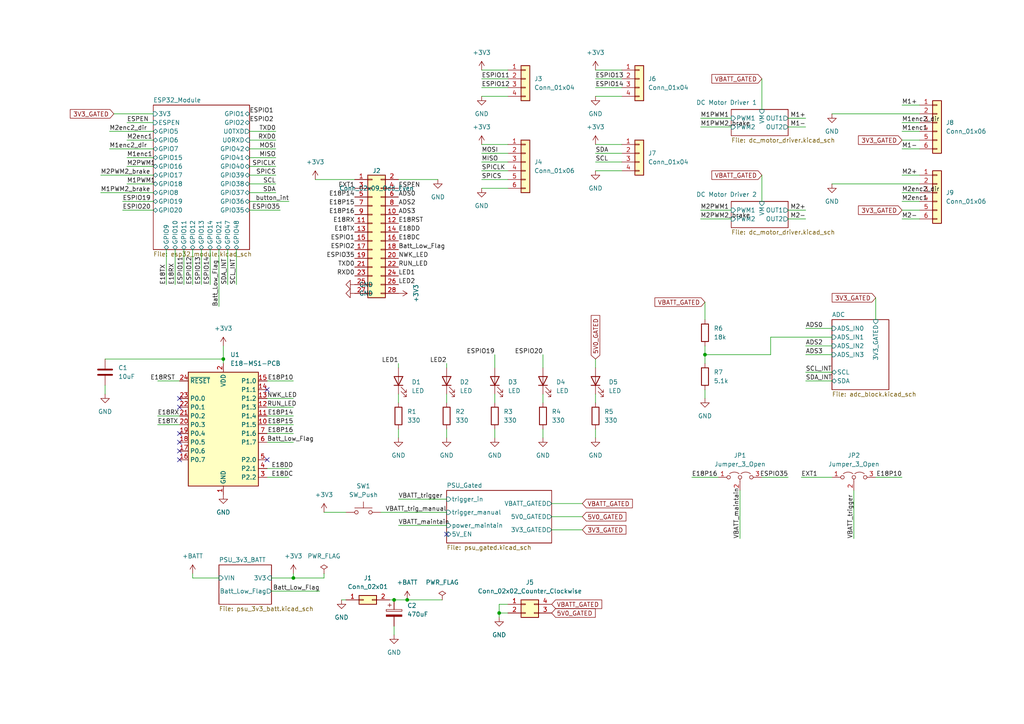
<source format=kicad_sch>
(kicad_sch (version 20211123) (generator eeschema)
  (paper "A4")
  (lib_symbols
    (symbol "Connector_Generic:Conn_01x04" (pin_names (offset 1.016) hide)
      (property "Reference" "J" (at 0 5.08 0))
      (property "Value" "Conn_01x04" (at 0 -7.62 0))
      (symbol "Conn_01x04_1_1"
        (rectangle (start -1.27 -4.953) (end 0 -5.207) (stroke (width 0.1524)))
        (rectangle (start -1.27 -2.413) (end 0 -2.667) (stroke (width 0.1524)))
        (rectangle (start -1.27 0.127) (end 0 -0.127) (stroke (width 0.1524)))
        (rectangle (start -1.27 2.667) (end 0 2.413) (stroke (width 0.1524)))
        (rectangle (start -1.27 3.81) (end 1.27 -6.35) (stroke (width 0.254)) (fill (type background)))
        (pin passive line (at -5.08 2.54 0) (length 3.81) (name "Pin_1") (number "1"))
        (pin passive line (at -5.08 0 0) (length 3.81) (name "Pin_2") (number "2"))
        (pin passive line (at -5.08 -2.54 0) (length 3.81) (name "Pin_3") (number "3"))
        (pin passive line (at -5.08 -5.08 0) (length 3.81) (name "Pin_4") (number "4"))
      )
    )
    (symbol "Connector_Generic:Conn_01x06" (pin_names (offset 1.016) hide)
      (property "Reference" "J" (at 0 7.62 0))
      (property "Value" "Conn_01x06" (at 0 -10.16 0))
      (symbol "Conn_01x06_1_1"
        (rectangle (start -1.27 -7.493) (end 0 -7.747) (stroke (width 0.1524)))
        (rectangle (start -1.27 -4.953) (end 0 -5.207) (stroke (width 0.1524)))
        (rectangle (start -1.27 -2.413) (end 0 -2.667) (stroke (width 0.1524)))
        (rectangle (start -1.27 0.127) (end 0 -0.127) (stroke (width 0.1524)))
        (rectangle (start -1.27 2.667) (end 0 2.413) (stroke (width 0.1524)))
        (rectangle (start -1.27 5.207) (end 0 4.953) (stroke (width 0.1524)))
        (rectangle (start -1.27 6.35) (end 1.27 -8.89) (stroke (width 0.254)) (fill (type background)))
        (pin passive line (at -5.08 5.08 0) (length 3.81) (name "Pin_1") (number "1"))
        (pin passive line (at -5.08 2.54 0) (length 3.81) (name "Pin_2") (number "2"))
        (pin passive line (at -5.08 0 0) (length 3.81) (name "Pin_3") (number "3"))
        (pin passive line (at -5.08 -2.54 0) (length 3.81) (name "Pin_4") (number "4"))
        (pin passive line (at -5.08 -5.08 0) (length 3.81) (name "Pin_5") (number "5"))
        (pin passive line (at -5.08 -7.62 0) (length 3.81) (name "Pin_6") (number "6"))
      )
    )
    (symbol "Connector_Generic:Conn_02x01" (pin_names (offset 1.016) hide)
      (property "Reference" "J" (at 1.27 2.54 0))
      (property "Value" "Conn_02x01" (at 1.27 -2.54 0))
      (symbol "Conn_02x01_1_1"
        (rectangle (start -1.27 0.127) (end 0 -0.127) (stroke (width 0.1524)))
        (rectangle (start -1.27 1.27) (end 3.81 -1.27) (stroke (width 0.254)) (fill (type background)))
        (rectangle (start 3.81 0.127) (end 2.54 -0.127) (stroke (width 0.1524)))
        (pin passive line (at -5.08 0 0) (length 3.81) (name "Pin_1") (number "1"))
        (pin passive line (at 7.62 0 180) (length 3.81) (name "Pin_2") (number "2"))
      )
    )
    (symbol "Connector_Generic:Conn_02x02_Counter_Clockwise" (pin_names (offset 1.016) hide)
      (property "Reference" "J" (at 1.27 2.54 0))
      (property "Value" "Conn_02x02_Counter_Clockwise" (at 1.27 -5.08 0))
      (symbol "Conn_02x02_Counter_Clockwise_1_1"
        (rectangle (start -1.27 -2.413) (end 0 -2.667) (stroke (width 0.1524)))
        (rectangle (start -1.27 0.127) (end 0 -0.127) (stroke (width 0.1524)))
        (rectangle (start -1.27 1.27) (end 3.81 -3.81) (stroke (width 0.254)) (fill (type background)))
        (rectangle (start 3.81 -2.413) (end 2.54 -2.667) (stroke (width 0.1524)))
        (rectangle (start 3.81 0.127) (end 2.54 -0.127) (stroke (width 0.1524)))
        (pin passive line (at -5.08 0 0) (length 3.81) (name "Pin_1") (number "1"))
        (pin passive line (at -5.08 -2.54 0) (length 3.81) (name "Pin_2") (number "2"))
        (pin passive line (at 7.62 -2.54 180) (length 3.81) (name "Pin_3") (number "3"))
        (pin passive line (at 7.62 0 180) (length 3.81) (name "Pin_4") (number "4"))
      )
    )
    (symbol "Connector_Generic:Conn_02x03_Odd_Even" (pin_names (offset 1.016) hide)
      (property "Reference" "J" (at 1.27 5.08 0))
      (property "Value" "Conn_02x03_Odd_Even" (at 1.27 -5.08 0))
      (symbol "Conn_02x03_Odd_Even_1_1"
        (rectangle (start -1.27 -2.413) (end 0 -2.667) (stroke (width 0.1524)))
        (rectangle (start -1.27 0.127) (end 0 -0.127) (stroke (width 0.1524)))
        (rectangle (start -1.27 2.667) (end 0 2.413) (stroke (width 0.1524)))
        (rectangle (start -1.27 3.81) (end 3.81 -3.81) (stroke (width 0.254)) (fill (type background)))
        (rectangle (start 3.81 -2.413) (end 2.54 -2.667) (stroke (width 0.1524)))
        (rectangle (start 3.81 0.127) (end 2.54 -0.127) (stroke (width 0.1524)))
        (rectangle (start 3.81 2.667) (end 2.54 2.413) (stroke (width 0.1524)))
        (pin passive line (at -5.08 2.54 0) (length 3.81) (name "Pin_1") (number "1"))
        (pin passive line (at 7.62 2.54 180) (length 3.81) (name "Pin_2") (number "2"))
        (pin passive line (at -5.08 0 0) (length 3.81) (name "Pin_3") (number "3"))
        (pin passive line (at 7.62 0 180) (length 3.81) (name "Pin_4") (number "4"))
        (pin passive line (at -5.08 -2.54 0) (length 3.81) (name "Pin_5") (number "5"))
        (pin passive line (at 7.62 -2.54 180) (length 3.81) (name "Pin_6") (number "6"))
      )
    )
    (symbol "Connector_Generic:Conn_02x14_Odd_Even" (pin_names (offset 1.016) hide)
      (property "Reference" "J" (at 1.27 17.78 0))
      (property "Value" "Conn_02x14_Odd_Even" (at 1.27 -20.32 0))
      (symbol "Conn_02x14_Odd_Even_1_1"
        (rectangle (start -1.27 -17.653) (end 0 -17.907) (stroke (width 0.1524)))
        (rectangle (start -1.27 -15.113) (end 0 -15.367) (stroke (width 0.1524)))
        (rectangle (start -1.27 -12.573) (end 0 -12.827) (stroke (width 0.1524)))
        (rectangle (start -1.27 -10.033) (end 0 -10.287) (stroke (width 0.1524)))
        (rectangle (start -1.27 -7.493) (end 0 -7.747) (stroke (width 0.1524)))
        (rectangle (start -1.27 -4.953) (end 0 -5.207) (stroke (width 0.1524)))
        (rectangle (start -1.27 -2.413) (end 0 -2.667) (stroke (width 0.1524)))
        (rectangle (start -1.27 0.127) (end 0 -0.127) (stroke (width 0.1524)))
        (rectangle (start -1.27 2.667) (end 0 2.413) (stroke (width 0.1524)))
        (rectangle (start -1.27 5.207) (end 0 4.953) (stroke (width 0.1524)))
        (rectangle (start -1.27 7.747) (end 0 7.493) (stroke (width 0.1524)))
        (rectangle (start -1.27 10.287) (end 0 10.033) (stroke (width 0.1524)))
        (rectangle (start -1.27 12.827) (end 0 12.573) (stroke (width 0.1524)))
        (rectangle (start -1.27 15.367) (end 0 15.113) (stroke (width 0.1524)))
        (rectangle (start -1.27 16.51) (end 3.81 -19.05) (stroke (width 0.254)) (fill (type background)))
        (rectangle (start 3.81 -17.653) (end 2.54 -17.907) (stroke (width 0.1524)))
        (rectangle (start 3.81 -15.113) (end 2.54 -15.367) (stroke (width 0.1524)))
        (rectangle (start 3.81 -12.573) (end 2.54 -12.827) (stroke (width 0.1524)))
        (rectangle (start 3.81 -10.033) (end 2.54 -10.287) (stroke (width 0.1524)))
        (rectangle (start 3.81 -7.493) (end 2.54 -7.747) (stroke (width 0.1524)))
        (rectangle (start 3.81 -4.953) (end 2.54 -5.207) (stroke (width 0.1524)))
        (rectangle (start 3.81 -2.413) (end 2.54 -2.667) (stroke (width 0.1524)))
        (rectangle (start 3.81 0.127) (end 2.54 -0.127) (stroke (width 0.1524)))
        (rectangle (start 3.81 2.667) (end 2.54 2.413) (stroke (width 0.1524)))
        (rectangle (start 3.81 5.207) (end 2.54 4.953) (stroke (width 0.1524)))
        (rectangle (start 3.81 7.747) (end 2.54 7.493) (stroke (width 0.1524)))
        (rectangle (start 3.81 10.287) (end 2.54 10.033) (stroke (width 0.1524)))
        (rectangle (start 3.81 12.827) (end 2.54 12.573) (stroke (width 0.1524)))
        (rectangle (start 3.81 15.367) (end 2.54 15.113) (stroke (width 0.1524)))
        (pin passive line (at -5.08 15.24 0) (length 3.81) (name "Pin_1") (number "1"))
        (pin passive line (at 7.62 5.08 180) (length 3.81) (name "Pin_10") (number "10"))
        (pin passive line (at -5.08 2.54 0) (length 3.81) (name "Pin_11") (number "11"))
        (pin passive line (at 7.62 2.54 180) (length 3.81) (name "Pin_12") (number "12"))
        (pin passive line (at -5.08 0 0) (length 3.81) (name "Pin_13") (number "13"))
        (pin passive line (at 7.62 0 180) (length 3.81) (name "Pin_14") (number "14"))
        (pin passive line (at -5.08 -2.54 0) (length 3.81) (name "Pin_15") (number "15"))
        (pin passive line (at 7.62 -2.54 180) (length 3.81) (name "Pin_16") (number "16"))
        (pin passive line (at -5.08 -5.08 0) (length 3.81) (name "Pin_17") (number "17"))
        (pin passive line (at 7.62 -5.08 180) (length 3.81) (name "Pin_18") (number "18"))
        (pin passive line (at -5.08 -7.62 0) (length 3.81) (name "Pin_19") (number "19"))
        (pin passive line (at 7.62 15.24 180) (length 3.81) (name "Pin_2") (number "2"))
        (pin passive line (at 7.62 -7.62 180) (length 3.81) (name "Pin_20") (number "20"))
        (pin passive line (at -5.08 -10.16 0) (length 3.81) (name "Pin_21") (number "21"))
        (pin passive line (at 7.62 -10.16 180) (length 3.81) (name "Pin_22") (number "22"))
        (pin passive line (at -5.08 -12.7 0) (length 3.81) (name "Pin_23") (number "23"))
        (pin passive line (at 7.62 -12.7 180) (length 3.81) (name "Pin_24") (number "24"))
        (pin passive line (at -5.08 -15.24 0) (length 3.81) (name "Pin_25") (number "25"))
        (pin passive line (at 7.62 -15.24 180) (length 3.81) (name "Pin_26") (number "26"))
        (pin passive line (at -5.08 -17.78 0) (length 3.81) (name "Pin_27") (number "27"))
        (pin passive line (at 7.62 -17.78 180) (length 3.81) (name "Pin_28") (number "28"))
        (pin passive line (at -5.08 12.7 0) (length 3.81) (name "Pin_3") (number "3"))
        (pin passive line (at 7.62 12.7 180) (length 3.81) (name "Pin_4") (number "4"))
        (pin passive line (at -5.08 10.16 0) (length 3.81) (name "Pin_5") (number "5"))
        (pin passive line (at 7.62 10.16 180) (length 3.81) (name "Pin_6") (number "6"))
        (pin passive line (at -5.08 7.62 0) (length 3.81) (name "Pin_7") (number "7"))
        (pin passive line (at 7.62 7.62 180) (length 3.81) (name "Pin_8") (number "8"))
        (pin passive line (at -5.08 5.08 0) (length 3.81) (name "Pin_9") (number "9"))
      )
    )
    (symbol "Device:C" (pin_numbers hide) (pin_names (offset 0.254))
      (property "Reference" "C" (at 0.635 2.54 0))
      (property "Value" "C" (at 0.635 -2.54 0))
      (symbol "C_0_1"
        (polyline (pts (xy -2.032 -0.762) (xy 2.032 -0.762)) (stroke (width 0.508)))
        (polyline (pts (xy -2.032 0.762) (xy 2.032 0.762)) (stroke (width 0.508)))
      )
      (symbol "C_1_1"
        (pin passive line (at 0 3.81 270) (length 2.794) (name "~") (number "1"))
        (pin passive line (at 0 -3.81 90) (length 2.794) (name "~") (number "2"))
      )
    )
    (symbol "Device:C_Polarized" (pin_numbers hide) (pin_names (offset 0.254))
      (property "Reference" "C" (at 0.635 2.54 0))
      (property "Value" "C_Polarized" (at 0.635 -2.54 0))
      (symbol "C_Polarized_0_1"
        (rectangle (start -2.286 0.508) (end 2.286 1.016))
        (polyline (pts (xy -1.778 2.286) (xy -0.762 2.286)))
        (polyline (pts (xy -1.27 2.794) (xy -1.27 1.778)))
        (rectangle (start 2.286 -0.508) (end -2.286 -1.016) (fill (type outline)))
      )
      (symbol "C_Polarized_1_1"
        (pin passive line (at 0 3.81 270) (length 2.794) (name "~") (number "1"))
        (pin passive line (at 0 -3.81 90) (length 2.794) (name "~") (number "2"))
      )
    )
    (symbol "Device:LED" (pin_numbers hide) (pin_names (offset 1.016) hide)
      (property "Reference" "D" (at 0 2.54 0))
      (property "Value" "LED" (at 0 -2.54 0))
      (symbol "LED_0_1"
        (polyline (pts (xy -1.27 -1.27) (xy -1.27 1.27)) (stroke (width 0.254)))
        (polyline (pts (xy -1.27 0) (xy 1.27 0)))
        (polyline (pts (xy 1.27 -1.27) (xy 1.27 1.27) (xy -1.27 0) (xy 1.27 -1.27)) (stroke (width 0.254)))
        (polyline (pts (xy -3.048 -0.762) (xy -4.572 -2.286) (xy -3.81 -2.286) (xy -4.572 -2.286) (xy -4.572 -1.524)))
        (polyline (pts (xy -1.778 -0.762) (xy -3.302 -2.286) (xy -2.54 -2.286) (xy -3.302 -2.286) (xy -3.302 -1.524)))
      )
      (symbol "LED_1_1"
        (pin passive line (at -3.81 0 0) (length 2.54) (name "K") (number "1"))
        (pin passive line (at 3.81 0 180) (length 2.54) (name "A") (number "2"))
      )
    )
    (symbol "Device:R" (pin_numbers hide) (pin_names (offset 0))
      (property "Reference" "R" (at 2.032 0 90))
      (property "Value" "R" (at 0 0 90))
      (symbol "R_0_1"
        (rectangle (start -1.016 -2.54) (end 1.016 2.54) (stroke (width 0.254)))
      )
      (symbol "R_1_1"
        (pin passive line (at 0 3.81 270) (length 1.27) (name "~") (number "1"))
        (pin passive line (at 0 -3.81 90) (length 1.27) (name "~") (number "2"))
      )
    )
    (symbol "Jumper:Jumper_3_Open" (pin_names (offset 0) hide)
      (property "Reference" "JP" (at -2.54 -2.54 0))
      (property "Value" "Jumper_3_Open" (at 0 2.794 0))
      (symbol "Jumper_3_Open_0_0"
        (circle (center -3.302 0) (radius 0.508))
        (circle (center 0 0) (radius 0.508))
        (circle (center 3.302 0) (radius 0.508))
      )
      (symbol "Jumper_3_Open_0_1"
        (arc (start -0.254 1.016) (mid -1.651 1.4992) (end -3.048 1.016))
        (polyline (pts (xy 0 -0.508) (xy 0 -1.27)))
        (arc (start 3.048 1.016) (mid 1.651 1.4992) (end 0.254 1.016))
      )
      (symbol "Jumper_3_Open_1_1"
        (pin passive line (at -6.35 0 0) (length 2.54) (name "A") (number "1"))
        (pin passive line (at 0 -3.81 90) (length 2.54) (name "C") (number "2"))
        (pin passive line (at 6.35 0 180) (length 2.54) (name "B") (number "3"))
      )
    )
    (symbol "RF_Module:E18-MS1-PCB"
      (property "Reference" "U" (at -2.54 21.59 0))
      (property "Value" "E18-MS1-PCB" (at -2.54 19.05 0))
      (symbol "E18-MS1-PCB_0_1"
        (rectangle (start -10.16 17.78) (end 10.16 -15.24) (stroke (width 0.254)) (fill (type background)))
      )
      (symbol "E18-MS1-PCB_1_1"
        (pin power_in line (at 0 -17.78 90) (length 2.54) (name "GND") (number "1"))
        (pin bidirectional line (at 12.7 2.54 180) (length 2.54) (name "P1.5") (number "10"))
        (pin bidirectional line (at 12.7 5.08 180) (length 2.54) (name "P1.4") (number "11"))
        (pin bidirectional line (at 12.7 7.62 180) (length 2.54) (name "P1.3") (number "12"))
        (pin bidirectional line (at 12.7 10.16 180) (length 2.54) (name "P1.2") (number "13"))
        (pin bidirectional line (at 12.7 12.7 180) (length 2.54) (name "P1.1") (number "14"))
        (pin bidirectional line (at 12.7 15.24 180) (length 2.54) (name "P1.0") (number "15"))
        (pin bidirectional line (at -12.7 -7.62 0) (length 2.54) (name "P0.7") (number "16"))
        (pin bidirectional line (at -12.7 -5.08 0) (length 2.54) (name "P0.6") (number "17"))
        (pin bidirectional line (at -12.7 -2.54 0) (length 2.54) (name "P0.5") (number "18"))
        (pin bidirectional line (at -12.7 0 0) (length 2.54) (name "P0.4") (number "19"))
        (pin power_in line (at 0 20.32 270) (length 2.54) (name "VDD") (number "2"))
        (pin bidirectional line (at -12.7 2.54 0) (length 2.54) (name "P0.3") (number "20"))
        (pin bidirectional line (at -12.7 5.08 0) (length 2.54) (name "P0.2") (number "21"))
        (pin bidirectional line (at -12.7 7.62 0) (length 2.54) (name "P0.1") (number "22"))
        (pin bidirectional line (at -12.7 10.16 0) (length 2.54) (name "P0.0") (number "23"))
        (pin input line (at -12.7 15.24 0) (length 2.54) (name "~{RESET}") (number "24"))
        (pin bidirectional line (at 12.7 -12.7 180) (length 2.54) (name "P2.2") (number "3"))
        (pin bidirectional line (at 12.7 -10.16 180) (length 2.54) (name "P2.1") (number "4"))
        (pin bidirectional line (at 12.7 -7.62 180) (length 2.54) (name "P2.0") (number "5"))
        (pin bidirectional line (at 12.7 -2.54 180) (length 2.54) (name "P1.7") (number "6"))
        (pin bidirectional line (at 12.7 0 180) (length 2.54) (name "P1.6") (number "7"))
        (pin no_connect line (at -10.16 -10.16 0) (length 2.54) hide (name "NC") (number "8"))
        (pin no_connect line (at -10.16 -12.7 0) (length 2.54) hide (name "NC") (number "9"))
      )
    )
    (symbol "Switch:SW_Push" (pin_numbers hide) (pin_names (offset 1.016) hide)
      (property "Reference" "SW" (at 1.27 2.54 0))
      (property "Value" "SW_Push" (at 0 -1.524 0))
      (symbol "SW_Push_0_1"
        (circle (center -2.032 0) (radius 0.508))
        (polyline (pts (xy 0 1.27) (xy 0 3.048)))
        (polyline (pts (xy 2.54 1.27) (xy -2.54 1.27)))
        (circle (center 2.032 0) (radius 0.508))
        (pin passive line (at -5.08 0 0) (length 2.54) (name "1") (number "1"))
        (pin passive line (at 5.08 0 180) (length 2.54) (name "2") (number "2"))
      )
    )
    (symbol "power:+3V3" (power) (pin_names (offset 0))
      (property "Value" "+3V3" (at 0 3.556 0))
      (symbol "+3V3_0_1"
        (polyline (pts (xy -0.762 1.27) (xy 0 2.54)))
        (polyline (pts (xy 0 0) (xy 0 2.54)))
        (polyline (pts (xy 0 2.54) (xy 0.762 1.27)))
      )
      (symbol "+3V3_1_1"
        (pin power_in line (at 0 0 90) (length 0) hide (name "+3V3") (number "1"))
      )
    )
    (symbol "power:+BATT" (power) (pin_names (offset 0))
      (property "Value" "+BATT" (at 0 3.556 0))
      (symbol "+BATT_0_1"
        (polyline (pts (xy -0.762 1.27) (xy 0 2.54)))
        (polyline (pts (xy 0 0) (xy 0 2.54)))
        (polyline (pts (xy 0 2.54) (xy 0.762 1.27)))
      )
      (symbol "+BATT_1_1"
        (pin power_in line (at 0 0 90) (length 0) hide (name "+BATT") (number "1"))
      )
    )
    (symbol "power:GND" (power) (pin_names (offset 0))
      (property "Value" "GND" (at 0 -3.81 0))
      (symbol "GND_0_1"
        (polyline (pts (xy 0 0) (xy 0 -1.27) (xy 1.27 -1.27) (xy 0 -2.54) (xy -1.27 -1.27) (xy 0 -1.27)))
      )
      (symbol "GND_1_1"
        (pin power_in line (at 0 0 270) (length 0) hide (name "GND") (number "1"))
      )
    )
    (symbol "power:PWR_FLAG" (power) (pin_numbers hide) (pin_names (offset 0) hide)
      (property "Value" "PWR_FLAG" (at 0 3.81 0))
      (symbol "PWR_FLAG_0_0"
        (pin power_out line (at 0 0 90) (length 0) (name "pwr") (number "1"))
      )
      (symbol "PWR_FLAG_0_1"
        (polyline (pts (xy 0 0) (xy 0 1.27) (xy -1.016 1.905) (xy 0 2.54) (xy 1.016 1.905) (xy 0 1.27)))
      )
    )
  )
  (junction (at 64.77 104.14))
  (junction (at 118.11 173.99))
  (junction (at 204.47 102.87))
  (junction (at 114.3 173.99))
  (junction (at 144.78 177.8))
  (junction (at 85.09 167.64))
  (no_connect (at 323.85 105.41))
  (no_connect (at 52.07 118.11))
  (no_connect (at 52.07 130.81))
  (no_connect (at 77.47 113.03))
  (no_connect (at 52.07 125.73))
  (no_connect (at 129.54 154.94))
  (no_connect (at 52.07 128.27))
  (no_connect (at 77.47 133.35))
  (no_connect (at 52.07 115.57))
  (no_connect (at 52.07 133.35))
  (wire (pts (xy 115.57 105.41) (xy 115.57 106.68)))
  (wire (pts (xy 172.72 20.32) (xy 180.34 20.32)))
  (wire (pts (xy 45.72 120.65) (xy 52.07 120.65)))
  (wire (pts (xy 147.32 52.07) (xy 139.7 52.07)))
  (wire (pts (xy 85.09 167.64) (xy 93.98 167.64)))
  (wire (pts (xy 114.3 184.15) (xy 114.3 181.61)))
  (wire (pts (xy 129.54 105.41) (xy 129.54 106.68)))
  (wire (pts (xy 223.52 102.87) (xy 223.52 97.79)))
  (wire (pts (xy 44.45 43.18) (xy 31.75 43.18)))
  (wire (pts (xy 72.39 58.42) (xy 83.82 58.42)))
  (wire (pts (xy 220.98 22.86) (xy 220.98 31.75)))
  (wire (pts (xy 36.83 53.34) (xy 44.45 53.34)))
  (wire (pts (xy 203.2 63.5) (xy 212.09 63.5)))
  (wire (pts (xy 48.26 72.39) (xy 48.26 82.55)))
  (wire (pts (xy 139.7 20.32) (xy 147.32 20.32)))
  (wire (pts (xy 313.69 88.9) (xy 323.85 88.9)))
  (wire (pts (xy 180.34 46.99) (xy 172.72 46.99)))
  (wire (pts (xy 77.47 115.57) (xy 85.09 115.57)))
  (wire (pts (xy 228.6 63.5) (xy 233.68 63.5)))
  (wire (pts (xy 52.07 110.49) (xy 45.72 110.49)))
  (wire (pts (xy 261.62 58.42) (xy 266.7 58.42)))
  (wire (pts (xy 129.54 127) (xy 129.54 124.46)))
  (wire (pts (xy 110.49 148.59) (xy 129.54 148.59)))
  (wire (pts (xy 72.39 60.96) (xy 81.28 60.96)))
  (wire (pts (xy 228.6 36.83) (xy 233.68 36.83)))
  (wire (pts (xy 63.5 72.39) (xy 63.5 88.9)))
  (wire (pts (xy 36.83 40.64) (xy 44.45 40.64)))
  (wire (pts (xy 102.87 52.07) (xy 91.44 52.07)))
  (wire (pts (xy 147.32 46.99) (xy 139.7 46.99)))
  (wire (pts (xy 72.39 40.64) (xy 80.01 40.64)))
  (wire (pts (xy 172.72 27.94) (xy 180.34 27.94)))
  (wire (pts (xy 241.3 110.49) (xy 233.68 110.49)))
  (wire (pts (xy 29.21 55.88) (xy 44.45 55.88)))
  (wire (pts (xy 147.32 44.45) (xy 139.7 44.45)))
  (wire (pts (xy 313.69 91.44) (xy 323.85 91.44)))
  (wire (pts (xy 77.47 110.49) (xy 85.09 110.49)))
  (wire (pts (xy 55.88 167.64) (xy 63.5 167.64)))
  (wire (pts (xy 115.57 144.78) (xy 129.54 144.78)))
  (wire (pts (xy 228.6 60.96) (xy 233.68 60.96)))
  (wire (pts (xy 157.48 127) (xy 157.48 124.46)))
  (wire (pts (xy 143.51 102.87) (xy 143.51 106.68)))
  (wire (pts (xy 261.62 40.64) (xy 266.7 40.64)))
  (wire (pts (xy 241.3 100.33) (xy 233.68 100.33)))
  (wire (pts (xy 228.6 138.43) (xy 220.98 138.43)))
  (wire (pts (xy 30.48 104.14) (xy 64.77 104.14)))
  (wire (pts (xy 261.62 55.88) (xy 266.7 55.88)))
  (wire (pts (xy 214.63 156.21) (xy 214.63 142.24)))
  (wire (pts (xy 115.57 116.84) (xy 115.57 114.3)))
  (wire (pts (xy 261.62 63.5) (xy 266.7 63.5)))
  (wire (pts (xy 72.39 55.88) (xy 80.01 55.88)))
  (wire (pts (xy 30.48 114.3) (xy 30.48 111.76)))
  (wire (pts (xy 129.54 116.84) (xy 129.54 114.3)))
  (wire (pts (xy 115.57 152.4) (xy 129.54 152.4)))
  (wire (pts (xy 36.83 35.56) (xy 44.45 35.56)))
  (wire (pts (xy 261.62 30.48) (xy 266.7 30.48)))
  (wire (pts (xy 160.02 149.86) (xy 168.91 149.86)))
  (wire (pts (xy 220.98 50.8) (xy 220.98 58.42)))
  (wire (pts (xy 72.39 50.8) (xy 80.01 50.8)))
  (wire (pts (xy 93.98 148.59) (xy 100.33 148.59)))
  (wire (pts (xy 29.21 50.8) (xy 44.45 50.8)))
  (wire (pts (xy 144.78 175.26) (xy 144.78 177.8)))
  (wire (pts (xy 77.47 125.73) (xy 85.09 125.73)))
  (wire (pts (xy 64.77 100.33) (xy 64.77 104.14)))
  (wire (pts (xy 139.7 27.94) (xy 147.32 27.94)))
  (wire (pts (xy 114.3 173.99) (xy 118.11 173.99)))
  (wire (pts (xy 203.2 60.96) (xy 212.09 60.96)))
  (wire (pts (xy 115.57 127) (xy 115.57 124.46)))
  (wire (pts (xy 312.42 27.94) (xy 316.23 29.21)))
  (wire (pts (xy 139.7 54.61) (xy 147.32 54.61)))
  (wire (pts (xy 203.2 36.83) (xy 212.09 36.83)))
  (wire (pts (xy 172.72 25.4) (xy 180.34 25.4)))
  (wire (pts (xy 204.47 102.87) (xy 223.52 102.87)))
  (wire (pts (xy 36.83 48.26) (xy 44.45 48.26)))
  (wire (pts (xy 172.72 104.14) (xy 172.72 106.68)))
  (wire (pts (xy 31.75 38.1) (xy 44.45 38.1)))
  (wire (pts (xy 172.72 49.53) (xy 180.34 49.53)))
  (wire (pts (xy 72.39 38.1) (xy 80.01 38.1)))
  (wire (pts (xy 204.47 100.33) (xy 204.47 102.87)))
  (wire (pts (xy 118.11 173.99) (xy 128.27 173.99)))
  (wire (pts (xy 139.7 41.91) (xy 147.32 41.91)))
  (wire (pts (xy 50.8 72.39) (xy 50.8 82.55)))
  (wire (pts (xy 93.98 167.64) (xy 93.98 166.37)))
  (wire (pts (xy 147.32 175.26) (xy 144.78 175.26)))
  (wire (pts (xy 85.09 166.37) (xy 85.09 167.64)))
  (wire (pts (xy 78.74 167.64) (xy 85.09 167.64)))
  (wire (pts (xy 64.77 104.14) (xy 64.77 105.41)))
  (wire (pts (xy 204.47 115.57) (xy 204.47 113.03)))
  (wire (pts (xy 312.42 43.18) (xy 316.23 44.45)))
  (wire (pts (xy 143.51 127) (xy 143.51 124.46)))
  (wire (pts (xy 72.39 53.34) (xy 80.01 53.34)))
  (wire (pts (xy 77.47 135.89) (xy 83.82 135.89)))
  (wire (pts (xy 60.96 82.55) (xy 60.96 72.39)))
  (wire (pts (xy 254 138.43) (xy 261.62 138.43)))
  (wire (pts (xy 33.02 33.02) (xy 44.45 33.02)))
  (wire (pts (xy 58.42 82.55) (xy 58.42 72.39)))
  (wire (pts (xy 261.62 43.18) (xy 266.7 43.18)))
  (wire (pts (xy 68.58 72.39) (xy 68.58 82.55)))
  (wire (pts (xy 172.72 22.86) (xy 180.34 22.86)))
  (wire (pts (xy 144.78 177.8) (xy 144.78 179.07)))
  (wire (pts (xy 53.34 82.55) (xy 53.34 72.39)))
  (wire (pts (xy 147.32 49.53) (xy 139.7 49.53)))
  (wire (pts (xy 160.02 153.67) (xy 168.91 153.67)))
  (wire (pts (xy 157.48 116.84) (xy 157.48 114.3)))
  (wire (pts (xy 147.32 177.8) (xy 144.78 177.8)))
  (wire (pts (xy 77.47 118.11) (xy 85.09 118.11)))
  (wire (pts (xy 241.3 53.34) (xy 266.7 53.34)))
  (wire (pts (xy 241.3 138.43) (xy 232.41 138.43)))
  (wire (pts (xy 77.47 138.43) (xy 83.82 138.43)))
  (wire (pts (xy 254 86.36) (xy 254 92.71)))
  (wire (pts (xy 261.62 38.1) (xy 266.7 38.1)))
  (wire (pts (xy 113.03 173.99) (xy 114.3 173.99)))
  (wire (pts (xy 55.88 82.55) (xy 55.88 72.39)))
  (wire (pts (xy 223.52 97.79) (xy 241.3 97.79)))
  (wire (pts (xy 172.72 116.84) (xy 172.72 114.3)))
  (wire (pts (xy 77.47 128.27) (xy 85.09 128.27)))
  (wire (pts (xy 139.7 22.86) (xy 147.32 22.86)))
  (wire (pts (xy 203.2 34.29) (xy 212.09 34.29)))
  (wire (pts (xy 311.15 102.87) (xy 323.85 102.87)))
  (wire (pts (xy 172.72 127) (xy 172.72 124.46)))
  (wire (pts (xy 77.47 120.65) (xy 85.09 120.65)))
  (wire (pts (xy 261.62 60.96) (xy 266.7 60.96)))
  (wire (pts (xy 35.56 60.96) (xy 44.45 60.96)))
  (wire (pts (xy 208.28 138.43) (xy 200.66 138.43)))
  (wire (pts (xy 45.72 123.19) (xy 52.07 123.19)))
  (wire (pts (xy 204.47 87.63) (xy 204.47 92.71)))
  (wire (pts (xy 35.56 58.42) (xy 44.45 58.42)))
  (wire (pts (xy 66.04 72.39) (xy 66.04 82.55)))
  (wire (pts (xy 204.47 102.87) (xy 204.47 105.41)))
  (wire (pts (xy 44.45 45.72) (xy 36.83 45.72)))
  (wire (pts (xy 143.51 116.84) (xy 143.51 114.3)))
  (wire (pts (xy 228.6 34.29) (xy 233.68 34.29)))
  (wire (pts (xy 55.88 166.37) (xy 55.88 167.64)))
  (wire (pts (xy 115.57 52.07) (xy 127 52.07)))
  (wire (pts (xy 180.34 44.45) (xy 172.72 44.45)))
  (wire (pts (xy 157.48 102.87) (xy 157.48 106.68)))
  (wire (pts (xy 72.39 45.72) (xy 80.01 45.72)))
  (wire (pts (xy 139.7 25.4) (xy 147.32 25.4)))
  (wire (pts (xy 77.47 123.19) (xy 85.09 123.19)))
  (wire (pts (xy 99.06 173.99) (xy 100.33 173.99)))
  (wire (pts (xy 241.3 107.95) (xy 233.68 107.95)))
  (wire (pts (xy 160.02 146.05) (xy 168.91 146.05)))
  (wire (pts (xy 247.65 142.24) (xy 247.65 156.21)))
  (wire (pts (xy 72.39 48.26) (xy 80.01 48.26)))
  (wire (pts (xy 261.62 50.8) (xy 266.7 50.8)))
  (wire (pts (xy 241.3 95.25) (xy 233.68 95.25)))
  (wire (pts (xy 172.72 41.91) (xy 180.34 41.91)))
  (wire (pts (xy 241.3 33.02) (xy 266.7 33.02)))
  (wire (pts (xy 78.74 171.45) (xy 92.71 171.45)))
  (wire (pts (xy 241.3 102.87) (xy 233.68 102.87)))
  (wire (pts (xy 261.62 35.56) (xy 266.7 35.56)))
  (wire (pts (xy 72.39 43.18) (xy 80.01 43.18)))
  (label "M2enc1" (at 261.62 58.42 0))
  (label "M1enc1" (at 36.83 45.72 0))
  (label "SCL" (at 80.01 53.34 180))
  (label "SCL_INT" (at 313.69 91.44 0))
  (label "M2PWM1" (at 203.2 60.96 0))
  (label "Batt_Low_Flag" (at 92.71 171.45 180))
  (label "ADS3" (at 233.68 102.87 0))
  (label "ADS0" (at 233.68 95.25 0))
  (label "M1-" (at 261.62 43.18 0))
  (label "LED1" (at 115.57 105.41 180))
  (label "LED2" (at 115.57 82.55 0))
  (label "E18P10" (at 85.09 110.49 180))
  (label "E18P15" (at 102.87 59.69 180))
  (label "ESPIO35" (at 228.6 138.43 180))
  (label "ESPIO13" (at 58.42 82.55 90))
  (label "E18DD" (at 78.74 135.89 0))
  (label "E18DC" (at 78.74 138.43 0))
  (label "M2PWM2_brake" (at 328.93 46.99 0))
  (label "M2+" (at 233.68 60.96 180))
  (label "ESPEN" (at 115.57 54.61 0))
  (label "VBATT_maintain" (at 115.57 152.4 0))
  (label "RUN_LED" (at 115.57 77.47 0))
  (label "ESPIO1" (at 72.39 33.02 0))
  (label "M2enc1" (at 328.93 41.91 0))
  (label "E18TX" (at 102.87 67.31 180))
  (label "E18RX" (at 45.72 120.65 0))
  (label "Batt_Low_Flag" (at 63.5 88.9 90))
  (label "ADS3" (at 115.57 62.23 0))
  (label "ESPIO1" (at 102.87 69.85 180))
  (label "Batt_Low_Flag" (at 77.47 128.27 0))
  (label "M2enc2_dir" (at 261.62 55.88 0))
  (label "E18RX" (at 102.87 64.77 180))
  (label "E18DD" (at 115.57 67.31 0))
  (label "M1PWM1" (at 36.83 53.34 0))
  (label "SCL_INT" (at 68.58 82.55 90))
  (label "E18DC" (at 115.57 69.85 0))
  (label "MISO" (at 139.7 46.99 0))
  (label "LED1" (at 115.57 80.01 0))
  (label "M2-" (at 233.68 63.5 180))
  (label "ESPIO2" (at 102.87 72.39 180))
  (label "M1PWM1" (at 328.93 29.21 0))
  (label "E18P16" (at 102.87 62.23 180))
  (label "E18TX" (at 48.26 82.55 90))
  (label "E18P16" (at 85.09 125.73 180))
  (label "E18TX" (at 45.72 123.19 0))
  (label "EXT1" (at 232.41 138.43 0))
  (label "ADS2" (at 233.68 100.33 0))
  (label "M2enc2_dir" (at 316.23 46.99 180))
  (label "ESPIO14" (at 60.96 82.55 90))
  (label "SDA" (at 80.01 55.88 180))
  (label "E18P16" (at 200.66 138.43 0))
  (label "VBATT_trigger" (at 115.57 144.78 0))
  (label "VBATT_trig_manual" (at 111.76 148.59 0))
  (label "NWK_LED" (at 115.57 74.93 0))
  (label "RUN_LED" (at 77.47 118.11 0))
  (label "button_int" (at 83.82 58.42 180))
  (label "ESPIO2" (at 72.39 35.56 0))
  (label "TXD0" (at 80.01 38.1 180))
  (label "ESPIO35" (at 102.87 74.93 180))
  (label "M1+" (at 233.68 34.29 180))
  (label "SDA_INT" (at 66.04 82.55 90))
  (label "M1enc2_dir" (at 31.75 43.18 0))
  (label "SDA" (at 172.72 44.45 0))
  (label "M1PWM1" (at 203.2 34.29 0))
  (label "M1-" (at 233.68 36.83 180))
  (label "TXD0" (at 102.87 77.47 180))
  (label "ESPIO11" (at 139.7 22.86 0))
  (label "M2PWM1" (at 328.93 44.45 0))
  (label "E18RX" (at 50.8 82.55 90))
  (label "ESPIO19" (at 35.56 58.42 0))
  (label "M2enc2_dir" (at 31.75 38.1 0))
  (label "M2-" (at 261.62 63.5 0))
  (label "NWK_LED" (at 77.47 115.57 0))
  (label "M1+" (at 261.62 30.48 0))
  (label "SCL_INT" (at 233.68 107.95 0))
  (label "MOSI" (at 80.01 43.18 180))
  (label "ESPIO19" (at 143.51 102.87 180))
  (label "VBATT_maintain" (at 214.63 156.21 90))
  (label "SPICLK" (at 139.7 49.53 0))
  (label "LED2" (at 129.54 105.41 180))
  (label "M2PWM2_brake" (at 29.21 50.8 0))
  (label "M1enc1" (at 261.62 38.1 0))
  (label "ESPIO20" (at 157.48 102.87 180))
  (label "MOSI" (at 139.7 44.45 0))
  (label "E18P10" (at 261.62 138.43 180))
  (label "SPICLK" (at 80.01 48.26 180))
  (label "EXT1" (at 102.87 54.61 180))
  (label "ESPIO12" (at 139.7 25.4 0))
  (label "SDA_INT" (at 313.69 88.9 0))
  (label "MISO" (at 80.01 45.72 180))
  (label "E18RST" (at 50.8 110.49 180))
  (label "M1enc2_dir" (at 261.62 35.56 0))
  (label "M2enc1" (at 36.83 40.64 0))
  (label "ESPIO20" (at 35.56 60.96 0))
  (label "SPICS" (at 139.7 52.07 0))
  (label "ESPIO12" (at 55.88 82.55 90))
  (label "M1enc2_dir" (at 316.23 31.75 180))
  (label "VBATT_trigger" (at 247.65 156.21 90))
  (label "E18RST" (at 115.57 64.77 0))
  (label "Batt_Low_Flag" (at 115.57 72.39 0))
  (label "RXD0" (at 80.01 40.64 180))
  (label "M1PWM2_brake" (at 203.2 36.83 0))
  (label "ESPIO11" (at 53.34 82.55 90))
  (label "E18P15" (at 85.09 123.19 180))
  (label "SDA_INT" (at 233.68 110.49 0))
  (label "E18P14" (at 102.87 57.15 180))
  (label "ESPIO35" (at 81.28 60.96 180))
  (label "ESPIO13" (at 172.72 22.86 0))
  (label "M2+" (at 261.62 50.8 0))
  (label "M1enc1" (at 328.93 26.67 0))
  (label "SCL" (at 172.72 46.99 0))
  (label "E18P14" (at 85.09 120.65 180))
  (label "RXD0" (at 102.87 80.01 180))
  (label "SPICS" (at 80.01 50.8 180))
  (label "M2PWM1" (at 36.83 48.26 0))
  (label "ADS0" (at 115.57 57.15 0))
  (label "button_int" (at 311.15 102.87 0))
  (label "M1PWM2_brake" (at 328.93 31.75 0))
  (label "M1PWM2_brake" (at 29.21 55.88 0))
  (label "ESPEN" (at 36.83 35.56 0))
  (label "ADS2" (at 115.57 59.69 0))
  (label "M2PWM2_brake" (at 203.2 63.5 0))
  (label "ESPIO14" (at 172.72 25.4 0))
  (global_label "VBATT_GATED" (shape input) (at 160.02 175.26 0) (property "Intersheet References" "${INTERSHEET_REFS}" (effects hide)))
  (global_label "3V3_GATED" (shape input) (at 33.02 33.02 180) (property "Intersheet References" "${INTERSHEET_REFS}" (effects hide)))
  (global_label "3V3_GATED" (shape input) (at 261.62 60.96 180) (property "Intersheet References" "${INTERSHEET_REFS}" (effects hide)))
  (global_label "3V3_GATED" (shape input) (at 254 86.36 180) (property "Intersheet References" "${INTERSHEET_REFS}" (effects hide)))
  (global_label "3V3_GATED" (shape input) (at 261.62 40.64 180) (property "Intersheet References" "${INTERSHEET_REFS}" (effects hide)))
  (global_label "VBATT_GATED" (shape input) (at 312.42 27.94 180) (property "Intersheet References" "${INTERSHEET_REFS}" (effects hide)))
  (global_label "5V0_GATED" (shape input) (at 160.02 177.8 0) (property "Intersheet References" "${INTERSHEET_REFS}" (effects hide)))
  (global_label "5V0_GATED" (shape input) (at 172.72 104.14 90) (property "Intersheet References" "${INTERSHEET_REFS}" (effects hide)))
  (global_label "5V0_GATED" (shape input) (at 168.91 149.86 0) (property "Intersheet References" "${INTERSHEET_REFS}" (effects hide)))
  (global_label "VBATT_GATED" (shape input) (at 220.98 50.8 180) (property "Intersheet References" "${INTERSHEET_REFS}" (effects hide)))
  (global_label "VBATT_GATED" (shape input) (at 168.91 146.05 0) (property "Intersheet References" "${INTERSHEET_REFS}" (effects hide)))
  (global_label "3V3_GATED" (shape input) (at 168.91 153.67 0) (property "Intersheet References" "${INTERSHEET_REFS}" (effects hide)))
  (global_label "VBATT_GATED" (shape input) (at 204.47 87.63 180) (property "Intersheet References" "${INTERSHEET_REFS}" (effects hide)))
  (global_label "VBATT_GATED" (shape input) (at 220.98 22.86 180) (property "Intersheet References" "${INTERSHEET_REFS}" (effects hide)))
  (global_label "VBATT_GATED" (shape input) (at 312.42 43.18 180) (property "Intersheet References" "${INTERSHEET_REFS}" (effects hide)))
  (symbol (lib_id "Device:R") (at 129.54 120.65 0) (unit 1)
    (property "Reference" "R2" (at 132.08 119.3799 0) (effects (justify left)))
    (property "Value" "330" (at 132.08 121.9199 0) (effects (justify left)))
    (property "Footprint" "Resistor_SMD:R_1206_3216Metric" (effects hide))
  )
  (symbol (lib_id "power:+3V3") (at 64.77 100.33 0) (unit 1)
    (property "Reference" "#PWR03" (effects hide))
    (property "Value" "+3V3" (at 64.77 95.25 0))
  )
  (symbol (lib_id "Connector_Generic:Conn_01x06") (at 271.78 35.56 0) (unit 1)
    (property "Reference" "J8" (at 274.32 35.5599 0) (effects (justify left)))
    (property "Value" "Conn_01x06" (at 274.32 38.0999 0) (effects (justify left)))
    (property "Footprint" "Connector_JST:JST_PH_B6B-PH-K_1x06_P2.00mm_Vertical" (effects hide))
  )
  (symbol (lib_id "Device:C") (at 30.48 107.95 0) (unit 1)
    (property "Reference" "C1" (at 34.29 106.6799 0) (effects (justify left)))
    (property "Value" "10uF" (at 34.29 109.2199 0) (effects (justify left)))
    (property "Footprint" "Capacitor_SMD:C_0805_2012Metric" (effects hide))
  )
  (symbol (lib_id "power:+3V3") (at 139.7 20.32 0) (unit 1)
    (property "Reference" "#PWR014" (effects hide))
    (property "Value" "+3V3" (at 139.7 15.24 0))
  )
  (symbol (lib_id "Device:C_Polarized") (at 114.3 177.8 0) (unit 1)
    (property "Reference" "C2" (at 118.11 175.6409 0) (effects (justify left)))
    (property "Value" "470uF" (at 118.11 178.1809 0) (effects (justify left)))
    (property "Footprint" "Capacitor_SMD:CP_Elec_10x10.5" (effects hide))
  )
  (symbol (lib_id "power:GND") (at 172.72 127 0) (unit 1)
    (property "Reference" "#PWR025" (effects hide))
    (property "Value" "GND" (at 172.72 132.08 0))
  )
  (symbol (lib_id "Device:R") (at 172.72 120.65 0) (unit 1)
    (property "Reference" "R5" (at 175.26 119.3799 0) (effects (justify left)))
    (property "Value" "330" (at 175.26 121.9199 0) (effects (justify left)))
    (property "Footprint" "Resistor_SMD:R_1206_3216Metric" (effects hide))
  )
  (symbol (lib_id "Device:R") (at 204.47 96.52 0) (unit 1)
    (property "Reference" "R6" (at 207.01 95.2499 0) (effects (justify left)))
    (property "Value" "18k" (at 207.01 97.7899 0) (effects (justify left)))
    (property "Footprint" "Resistor_SMD:R_1206_3216Metric" (effects hide))
  )
  (symbol (lib_id "Connector_Generic:Conn_01x04") (at 185.42 22.86 0) (unit 1)
    (property "Reference" "J6" (at 187.96 22.8599 0) (effects (justify left)))
    (property "Value" "Conn_01x04" (at 187.96 25.3999 0) (effects (justify left)))
    (property "Footprint" "Connector_PinHeader_2.54mm:PinHeader_1x04_P2.54mm_Vertical_SMD_Pin1Left" (effects hide))
  )
  (symbol (lib_id "Connector_Generic:Conn_01x04") (at 152.4 22.86 0) (unit 1)
    (property "Reference" "J3" (at 154.94 22.8599 0) (effects (justify left)))
    (property "Value" "Conn_01x04" (at 154.94 25.3999 0) (effects (justify left)))
    (property "Footprint" "Connector_PinHeader_2.54mm:PinHeader_1x04_P2.54mm_Vertical_SMD_Pin1Left" (effects hide))
  )
  (symbol (lib_id "Device:R") (at 143.51 120.65 0) (unit 1)
    (property "Reference" "R3" (at 146.05 119.3799 0) (effects (justify left)))
    (property "Value" "330" (at 146.05 121.9199 0) (effects (justify left)))
    (property "Footprint" "Resistor_SMD:R_1206_3216Metric" (effects hide))
  )
  (symbol (lib_id "power:GND") (at 139.7 54.61 0) (unit 1)
    (property "Reference" "#PWR017" (effects hide))
    (property "Value" "GND" (at 139.7 59.69 0))
  )
  (symbol (lib_id "power:GND") (at 30.48 114.3 0) (unit 1)
    (property "Reference" "#PWR01" (effects hide))
    (property "Value" "GND" (at 30.48 119.38 0))
  )
  (symbol (lib_id "power:GND") (at 129.54 127 0) (unit 1)
    (property "Reference" "#PWR013" (effects hide))
    (property "Value" "GND" (at 129.54 132.08 0))
  )
  (symbol (lib_id "power:GND") (at 143.51 127 0) (unit 1)
    (property "Reference" "#PWR018" (effects hide))
    (property "Value" "GND" (at 143.51 132.08 0))
  )
  (symbol (lib_id "power:GND") (at 241.3 33.02 0) (unit 1)
    (property "Reference" "#PWR027" (effects hide))
    (property "Value" "GND" (at 241.3 38.1 0))
  )
  (symbol (lib_id "power:GND") (at 241.3 53.34 0) (unit 1)
    (property "Reference" "#PWR028" (effects hide))
    (property "Value" "GND" (at 241.3 58.42 0))
  )
  (symbol (lib_id "Connector_Generic:Conn_01x06") (at 271.78 55.88 0) (unit 1)
    (property "Reference" "J9" (at 274.32 55.8799 0) (effects (justify left)))
    (property "Value" "Conn_01x06" (at 274.32 58.4199 0) (effects (justify left)))
    (property "Footprint" "Connector_JST:JST_PH_B6B-PH-K_1x06_P2.00mm_Vertical" (effects hide))
  )
  (symbol (lib_id "power:GND") (at 316.23 26.67 180) (unit 1)
    (property "Reference" "#PWR029" (effects hide))
    (property "Value" "GND" (at 318.77 25.3999 0) (effects (justify right)))
  )
  (symbol (lib_id "power:GND") (at 172.72 49.53 0) (unit 1)
    (property "Reference" "#PWR024" (effects hide))
    (property "Value" "GND" (at 172.72 54.61 0))
  )
  (symbol (lib_id "Connector_Generic:Conn_02x14_Odd_Even") (at 107.95 67.31 0) (unit 1)
    (property "Reference" "J2" (at 109.22 49.53 0))
    (property "Value" "Conn_02x09_Odd_Even" (at 109.22 54.61 0))
    (property "Footprint" "Connector_PinHeader_2.54mm:PinHeader_2x09_P2.54mm_Vertical_SMD" (effects hide))
  )
  (symbol (lib_id "power:GND") (at 114.3 184.15 0) (unit 1)
    (property "Reference" "#PWR09" (effects hide))
    (property "Value" "GND" (at 114.3 189.23 0))
  )
  (symbol (lib_id "power:PWR_FLAG") (at 93.98 166.37 0) (unit 1)
    (property "Reference" "#FLG01" (effects hide))
    (property "Value" "PWR_FLAG" (at 93.98 161.29 0))
  )
  (symbol (lib_id "power:PWR_FLAG") (at 128.27 173.99 0) (unit 1)
    (property "Reference" "#FLG02" (effects hide))
    (property "Value" "PWR_FLAG" (at 128.27 168.91 0))
  )
  (symbol (lib_id "Device:R") (at 204.47 109.22 0) (unit 1)
    (property "Reference" "R7" (at 207.01 107.9499 0) (effects (justify left)))
    (property "Value" "5.1k" (at 207.01 110.4899 0) (effects (justify left)))
    (property "Footprint" "Resistor_SMD:R_1206_3216Metric" (effects hide))
  )
  (symbol (lib_id "power:+BATT") (at 118.11 173.99 0) (unit 1)
    (property "Reference" "#PWR011" (effects hide))
    (property "Value" "+BATT" (at 118.11 168.91 0))
  )
  (symbol (lib_id "power:GND") (at 102.87 85.09 270) (unit 1)
    (property "Reference" "#PWR0101" (effects hide))
    (property "Value" "GND" (at 104.14 85.0899 90) (effects (justify left)))
  )
  (symbol (lib_id "power:GND") (at 144.78 179.07 0) (mirror y) (unit 1)
    (property "Reference" "#PWR019" (effects hide))
    (property "Value" "GND" (at 144.78 184.15 0))
  )
  (symbol (lib_id "Device:R") (at 115.57 120.65 0) (unit 1)
    (property "Reference" "R1" (at 118.11 119.3799 0) (effects (justify left)))
    (property "Value" "330" (at 118.11 121.9199 0) (effects (justify left)))
    (property "Footprint" "Resistor_SMD:R_1206_3216Metric" (effects hide))
  )
  (symbol (lib_id "Connector_Generic:Conn_02x03_Odd_Even") (at 321.31 44.45 0) (unit 1)
    (property "Reference" "J11" (at 321.31 50.8 0) (effects (justify left)))
    (property "Value" "Conn_02x03" (at 323.85 46.9899 0) (effects (justify left)))
    (property "Footprint" "Connector_PinHeader_2.54mm:PinHeader_2x03_P2.54mm_Vertical_SMD" (effects hide))
  )
  (symbol (lib_id "Connector_Generic:Conn_02x02_Counter_Clockwise") (at 152.4 175.26 0) (unit 1)
    (property "Reference" "J5" (at 153.67 168.91 0))
    (property "Value" "Conn_02x02_Counter_Clockwise" (at 153.67 171.45 0))
    (property "Footprint" "Connector_Molex:Molex_Micro-Fit_3.0_43045-0400_2x02_P3.00mm_Horizontal" (effects hide))
  )
  (symbol (lib_id "Switch:SW_Push") (at 105.41 148.59 0) (unit 1)
    (property "Reference" "SW1" (at 105.41 140.97 0))
    (property "Value" "SW_Push" (at 105.41 143.51 0))
    (property "Footprint" "Button_Switch_SMD:SW_SPST_CK_RS282G05A3" (effects hide))
  )
  (symbol (lib_id "power:+3V3") (at 115.57 85.09 270) (mirror x) (unit 1)
    (property "Reference" "#PWR0103" (effects hide))
    (property "Value" "+3V3" (at 120.65 85.09 0))
  )
  (symbol (lib_id "Device:LED") (at 115.57 110.49 90) (unit 1)
    (property "Reference" "D1" (at 119.38 110.8074 90) (effects (justify right)))
    (property "Value" "LED" (at 119.38 113.3474 90) (effects (justify right)))
    (property "Footprint" "LED_SMD:LED_1206_3216Metric" (effects hide))
  )
  (symbol (lib_id "power:+3V3") (at 91.44 52.07 0) (mirror y) (unit 1)
    (property "Reference" "#PWR06" (effects hide))
    (property "Value" "+3V3" (at 91.44 46.99 0))
  )
  (symbol (lib_id "power:GND") (at 127 52.07 0) (unit 1)
    (property "Reference" "#PWR012" (effects hide))
    (property "Value" "GND" (at 127 57.15 0))
  )
  (symbol (lib_id "power:GND") (at 204.47 115.57 0) (unit 1)
    (property "Reference" "#PWR026" (effects hide))
    (property "Value" "GND" (at 204.47 120.65 0))
  )
  (symbol (lib_id "Device:LED") (at 157.48 110.49 90) (unit 1)
    (property "Reference" "D4" (at 161.29 110.8074 90) (effects (justify right)))
    (property "Value" "LED" (at 161.29 113.3474 90) (effects (justify right)))
    (property "Footprint" "LED_SMD:LED_1206_3216Metric" (effects hide))
  )
  (symbol (lib_id "power:+3V3") (at 139.7 41.91 0) (unit 1)
    (property "Reference" "#PWR016" (effects hide))
    (property "Value" "+3V3" (at 139.7 36.83 0))
  )
  (symbol (lib_id "power:+BATT") (at 55.88 166.37 0) (unit 1)
    (property "Reference" "#PWR02" (effects hide))
    (property "Value" "+BATT" (at 55.88 161.29 0))
  )
  (symbol (lib_id "Jumper:Jumper_3_Open") (at 247.65 138.43 0) (unit 1)
    (property "Reference" "JP2" (at 247.65 132.08 0))
    (property "Value" "Jumper_3_Open" (at 247.65 134.62 0))
    (property "Footprint" "Connector_PinHeader_2.54mm:PinHeader_1x03_P2.54mm_Vertical" (effects hide))
  )
  (symbol (lib_id "power:+3V3") (at 93.98 148.59 0) (unit 1)
    (property "Reference" "#PWR07" (effects hide))
    (property "Value" "+3V3" (at 93.98 143.51 0))
  )
  (symbol (lib_id "Device:LED") (at 172.72 110.49 90) (unit 1)
    (property "Reference" "D5" (at 176.53 110.8074 90) (effects (justify right)))
    (property "Value" "LED" (at 176.53 113.3474 90) (effects (justify right)))
    (property "Footprint" "LED_SMD:LED_1206_3216Metric" (effects hide))
  )
  (symbol (lib_id "Connector_Generic:Conn_02x03_Odd_Even") (at 321.31 29.21 0) (unit 1)
    (property "Reference" "J10" (at 321.31 34.29 0) (effects (justify left)))
    (property "Value" "Conn_02x03" (at 323.85 31.7499 0) (effects (justify left)))
    (property "Footprint" "Connector_PinHeader_2.54mm:PinHeader_2x03_P2.54mm_Vertical_SMD" (effects hide))
  )
  (symbol (lib_id "Connector_Generic:Conn_02x01") (at 105.41 173.99 0) (unit 1)
    (property "Reference" "J1" (at 106.68 167.64 0))
    (property "Value" "Conn_02x01" (at 106.68 170.18 0))
    (property "Footprint" "Connector_Molex:Molex_Micro-Fit_3.0_43045-0200_2x01_P3.00mm_Horizontal" (effects hide))
  )
  (symbol (lib_id "Device:LED") (at 129.54 110.49 90) (unit 1)
    (property "Reference" "D2" (at 133.35 110.8074 90) (effects (justify right)))
    (property "Value" "LED" (at 133.35 113.3474 90) (effects (justify right)))
    (property "Footprint" "LED_SMD:LED_1206_3216Metric" (effects hide))
  )
  (symbol (lib_id "Connector_Generic:Conn_01x06") (at 152.4 46.99 0) (unit 1)
    (property "Reference" "J4" (at 154.94 46.9899 0) (effects (justify left)))
    (property "Value" "Conn_01x06" (at 154.94 49.5299 0) (effects (justify left)))
    (property "Footprint" "Connector_PinHeader_2.54mm:PinHeader_1x06_P2.54mm_Vertical_SMD_Pin1Left" (effects hide))
  )
  (symbol (lib_id "power:GND") (at 99.06 173.99 0) (unit 1)
    (property "Reference" "#PWR08" (effects hide))
    (property "Value" "GND" (at 99.06 179.07 0))
  )
  (symbol (lib_id "power:GND") (at 64.77 143.51 0) (unit 1)
    (property "Reference" "#PWR04" (effects hide))
    (property "Value" "GND" (at 64.77 148.59 0))
  )
  (symbol (lib_id "Device:LED") (at 143.51 110.49 90) (unit 1)
    (property "Reference" "D3" (at 147.32 110.8074 90) (effects (justify right)))
    (property "Value" "LED" (at 147.32 113.3474 90) (effects (justify right)))
    (property "Footprint" "LED_SMD:LED_1206_3216Metric" (effects hide))
  )
  (symbol (lib_id "power:GND") (at 172.72 27.94 0) (unit 1)
    (property "Reference" "#PWR022" (effects hide))
    (property "Value" "GND" (at 172.72 33.02 0))
  )
  (symbol (lib_id "power:+3V3") (at 85.09 166.37 0) (unit 1)
    (property "Reference" "#PWR05" (effects hide))
    (property "Value" "+3V3" (at 85.09 161.29 0))
  )
  (symbol (lib_id "power:+3V3") (at 172.72 41.91 0) (unit 1)
    (property "Reference" "#PWR023" (effects hide))
    (property "Value" "+3V3" (at 172.72 36.83 0))
  )
  (symbol (lib_id "power:GND") (at 157.48 127 0) (unit 1)
    (property "Reference" "#PWR020" (effects hide))
    (property "Value" "GND" (at 157.48 132.08 0))
  )
  (symbol (lib_id "power:GND") (at 115.57 127 0) (unit 1)
    (property "Reference" "#PWR010" (effects hide))
    (property "Value" "GND" (at 115.57 132.08 0))
  )
  (symbol (lib_id "Connector_Generic:Conn_01x04") (at 185.42 44.45 0) (unit 1)
    (property "Reference" "J7" (at 187.96 44.4499 0) (effects (justify left)))
    (property "Value" "Conn_01x04" (at 187.96 46.9899 0) (effects (justify left)))
    (property "Footprint" "Connector_PinHeader_2.54mm:PinHeader_1x04_P2.54mm_Vertical_SMD_Pin1Left" (effects hide))
  )
  (symbol (lib_id "Jumper:Jumper_3_Open") (at 214.63 138.43 0) (unit 1)
    (property "Reference" "JP1" (at 214.63 132.08 0))
    (property "Value" "Jumper_3_Open" (at 214.63 134.62 0))
    (property "Footprint" "Connector_PinHeader_2.54mm:PinHeader_1x03_P2.54mm_Vertical" (effects hide))
  )
  (symbol (lib_id "RF_Module:E18-MS1-PCB") (at 64.77 125.73 0) (unit 1)
    (property "Reference" "U1" (at 66.7894 102.87 0) (effects (justify left)))
    (property "Value" "E18-MS1-PCB" (at 66.7894 105.41 0) (effects (justify left)))
    (property "Footprint" "RF_Module:E18-MS1-PCB" (effects hide))
    (property "Datasheet" "http://www.cdebyte.com/en/downpdf.aspx?id=122" (effects hide))
  )
  (symbol (lib_id "power:GND") (at 139.7 27.94 0) (unit 1)
    (property "Reference" "#PWR015" (effects hide))
    (property "Value" "GND" (at 139.7 33.02 0))
  )
  (symbol (lib_id "power:GND") (at 316.23 41.91 180) (unit 1)
    (property "Reference" "#PWR030" (effects hide))
    (property "Value" "GND" (at 318.77 40.6399 0) (effects (justify right)))
  )
  (symbol (lib_id "power:GND") (at 102.87 82.55 270) (unit 1)
    (property "Reference" "#PWR0102" (effects hide))
    (property "Value" "GND" (at 104.14 82.5499 90) (effects (justify left)))
  )
  (symbol (lib_id "Device:R") (at 157.48 120.65 0) (unit 1)
    (property "Reference" "R4" (at 160.02 119.3799 0) (effects (justify left)))
    (property "Value" "330" (at 160.02 121.9199 0) (effects (justify left)))
    (property "Footprint" "Resistor_SMD:R_1206_3216Metric" (effects hide))
  )
  (symbol (lib_id "power:+3V3") (at 172.72 20.32 0) (unit 1)
    (property "Reference" "#PWR021" (effects hide))
    (property "Value" "+3V3" (at 172.72 15.24 0))
  )
  (sheet (at 44.45 30.48) (size 27.94 41.91) (stroke (width 0.1524))
    (property "Sheet name" "ESP32_Module" (at 44.45 29.7684 0) (effects (justify left bottom)))
    (property "Sheet file" "esp32_module.kicad_sch" (at 44.45 72.9746 0) (effects (justify left top)))
    (pin "GPIO12" bidirectional (at 55.88 72.39 270))
    (pin "GPIO13" bidirectional (at 58.42 72.39 270))
    (pin "GPIO14" bidirectional (at 60.96 72.39 270))
    (pin "GPIO15" bidirectional (at 44.45 45.72 180))
    (pin "GPIO16" bidirectional (at 44.45 48.26 180))
    (pin "GPIO8" bidirectional (at 44.45 55.88 180))
    (pin "GPIO5" bidirectional (at 44.45 38.1 180))
    (pin "GPIO6" bidirectional (at 44.45 40.64 180))
    (pin "GPIO7" bidirectional (at 44.45 43.18 180))
    (pin "GPIO18" bidirectional (at 44.45 53.34 180))
    (pin "GPIO17" bidirectional (at 44.45 50.8 180))
    (pin "GPIO21" bidirectional (at 63.5 72.39 270))
    (pin "GPIO47" bidirectional (at 66.04 72.39 270))
    (pin "GPIO48" bidirectional (at 68.58 72.39 270))
    (pin "U0TXD" output (at 72.39 38.1 0))
    (pin "U0RXD" input (at 72.39 40.64 0))
    (pin "GPIO20" bidirectional (at 44.45 60.96 180))
    (pin "GPIO19" bidirectional (at 44.45 58.42 180))
    (pin "GPIO35" bidirectional (at 72.39 60.96 0))
    (pin "GPIO36" bidirectional (at 72.39 58.42 0))
    (pin "GPIO37" bidirectional (at 72.39 55.88 0))
    (pin "GPIO38" bidirectional (at 72.39 53.34 0))
    (pin "GPIO39" bidirectional (at 72.39 50.8 0))
    (pin "GPIO40" bidirectional (at 72.39 48.26 0))
    (pin "GPIO41" bidirectional (at 72.39 45.72 0))
    (pin "GPIO42" bidirectional (at 72.39 43.18 0))
    (pin "GPIO9" bidirectional (at 48.26 72.39 270))
    (pin "GPIO10" bidirectional (at 50.8 72.39 270))
    (pin "GPIO11" bidirectional (at 53.34 72.39 270))
    (pin "GPIO2" bidirectional (at 72.39 35.56 0))
    (pin "GPIO1" bidirectional (at 72.39 33.02 0))
    (pin "3V3" input (at 44.45 33.02 180))
    (pin "ESPEN" input (at 44.45 35.56 180))
  )
  (sheet (at 212.09 58.42) (size 16.51 7.62) (stroke (width 0.1524))
    (property "Sheet name" "DC Motor Driver 2" (at 201.93 57.15 0) (effects (justify left bottom)))
    (property "Sheet file" "dc_motor_driver.kicad_sch" (at 212.09 66.6246 0) (effects (justify left top)))
    (pin "PWM1" input (at 212.09 60.96 180))
    (pin "PWM2" input (at 212.09 63.5 180))
    (pin "OUT1" output (at 228.6 60.96 0))
    (pin "OUT2" output (at 228.6 63.5 0))
    (pin "VM" input (at 220.98 58.42 90))
  )
  (sheet (at 129.54 142.24) (size 30.48 15.24) (stroke (width 0.1524))
    (property "Sheet name" "PSU_Gated" (at 129.54 141.5284 0) (effects (justify left bottom)))
    (property "Sheet file" "psu_gated.kicad_sch" (at 129.54 158.0646 0) (effects (justify left top)))
    (pin "trigger_in" input (at 129.54 144.78 180))
    (pin "power_maintain" input (at 129.54 152.4 180))
    (pin "VBATT_GATED" output (at 160.02 146.05 0))
    (pin "5V0_GATED" output (at 160.02 149.86 0))
    (pin "5V_EN" input (at 129.54 154.94 180))
    (pin "trigger_manual" input (at 129.54 148.59 180))
    (pin "3V3_GATED" output (at 160.02 153.67 0))
  )
  (sheet (at 212.09 31.75) (size 16.51 7.62) (stroke (width 0.1524))
    (property "Sheet name" "DC Motor Driver 1" (at 201.93 30.48 0) (effects (justify left bottom)))
    (property "Sheet file" "dc_motor_driver.kicad_sch" (at 212.09 39.9546 0) (effects (justify left top)))
    (pin "PWM1" input (at 212.09 34.29 180))
    (pin "PWM2" input (at 212.09 36.83 180))
    (pin "OUT1" output (at 228.6 34.29 0))
    (pin "OUT2" output (at 228.6 36.83 0))
    (pin "VM" input (at 220.98 31.75 90))
  )
  (sheet (at 241.3 92.71) (size 16.51 20.32) (stroke (width 0.1524))
    (property "Sheet name" "ADC" (at 241.3 91.9984 0) (effects (justify left bottom)))
    (property "Sheet file" "adc_block.kicad_sch" (at 241.3 113.6146 0) (effects (justify left top)))
    (pin "3V3_GATED" input (at 254 92.71 90))
    (pin "ADS_IN3" input (at 241.3 102.87 180))
    (pin "ADS_IN0" input (at 241.3 95.25 180))
    (pin "ADS_IN2" input (at 241.3 100.33 180))
    (pin "ADS_IN1" input (at 241.3 97.79 180))
    (pin "SDA" bidirectional (at 241.3 110.49 180))
    (pin "SCL" bidirectional (at 241.3 107.95 180))
  )
  (sheet (at 63.5 163.83) (size 15.24 11.43) (stroke (width 0.1524))
    (property "Sheet name" "PSU_3v3_BATT" (at 63.5 163.1184 0) (effects (justify left bottom)))
    (property "Sheet file" "psu_3v3_batt.kicad_sch" (at 63.5 175.8446 0) (effects (justify left top)))
    (pin "3V3" input (at 78.74 167.64 0))
    (pin "VIN" input (at 63.5 167.64 180))
    (pin "Batt_Low_Flag" output (at 78.74 171.45 0))
  )
  (sheet (at 323.85 85.09) (size 27.94 25.4) (stroke (width 0.1524))
    (property "Sheet name" "io_expander" (at 323.85 84.3784 0) (effects (justify left bottom)))
    (property "Sheet file" "io_expander.kicad_sch" (at 323.85 111.0746 0) (effects (justify left top)))
    (pin "SDA" bidirectional (at 323.85 88.9 180))
    (pin "INTERRUPT" output (at 323.85 102.87 180))
    (pin "SCL" input (at 323.85 91.44 180))
    (pin "INTERRUPT_2" output (at 323.85 105.41 180))
  )
)
</source>
